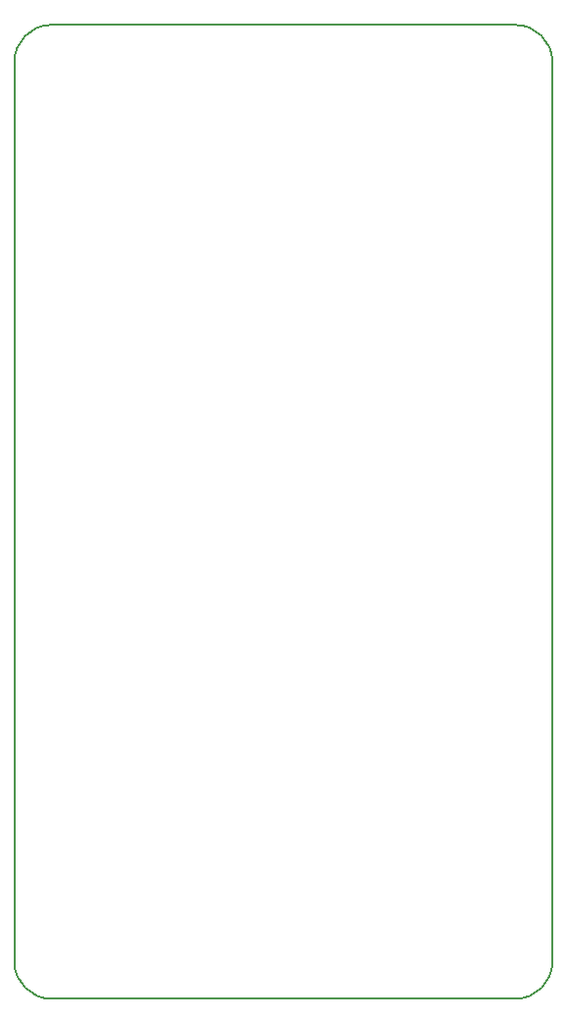
<source format=gbr>
G04 #@! TF.GenerationSoftware,KiCad,Pcbnew,5.1.6-c6e7f7d~86~ubuntu18.04.1*
G04 #@! TF.CreationDate,2020-06-04T18:49:23-07:00*
G04 #@! TF.ProjectId,odrive_aux_interface,6f647269-7665-45f6-9175-785f696e7465,rev?*
G04 #@! TF.SameCoordinates,Original*
G04 #@! TF.FileFunction,Profile,NP*
%FSLAX46Y46*%
G04 Gerber Fmt 4.6, Leading zero omitted, Abs format (unit mm)*
G04 Created by KiCad (PCBNEW 5.1.6-c6e7f7d~86~ubuntu18.04.1) date 2020-06-04 18:49:23*
%MOMM*%
%LPD*%
G01*
G04 APERTURE LIST*
G04 #@! TA.AperFunction,Profile*
%ADD10C,0.150000*%
G04 #@! TD*
G04 APERTURE END LIST*
D10*
X165100000Y-169545000D02*
X165100000Y-92075000D01*
X121920000Y-172720000D02*
X161925000Y-172720000D01*
X118745000Y-92075000D02*
X118745000Y-169545000D01*
X161925000Y-88900000D02*
X121920000Y-88900000D01*
X165100000Y-169545000D02*
G75*
G02*
X161925000Y-172720000I-3175000J0D01*
G01*
X121920000Y-172720000D02*
G75*
G02*
X118745000Y-169545000I0J3175000D01*
G01*
X118745000Y-92075000D02*
G75*
G02*
X121920000Y-88900000I3175000J0D01*
G01*
X161925000Y-88900000D02*
G75*
G02*
X165100000Y-92075000I0J-3175000D01*
G01*
M02*

</source>
